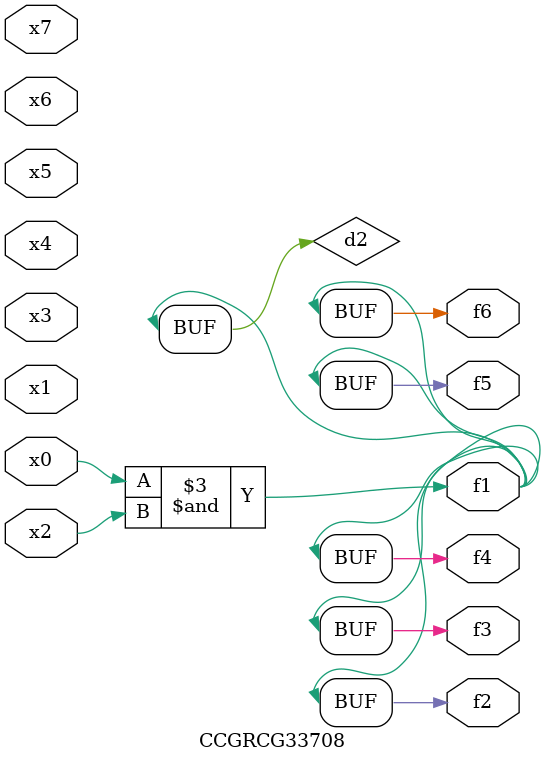
<source format=v>
module CCGRCG33708(
	input x0, x1, x2, x3, x4, x5, x6, x7,
	output f1, f2, f3, f4, f5, f6
);

	wire d1, d2;

	nor (d1, x3, x6);
	and (d2, x0, x2);
	assign f1 = d2;
	assign f2 = d2;
	assign f3 = d2;
	assign f4 = d2;
	assign f5 = d2;
	assign f6 = d2;
endmodule

</source>
